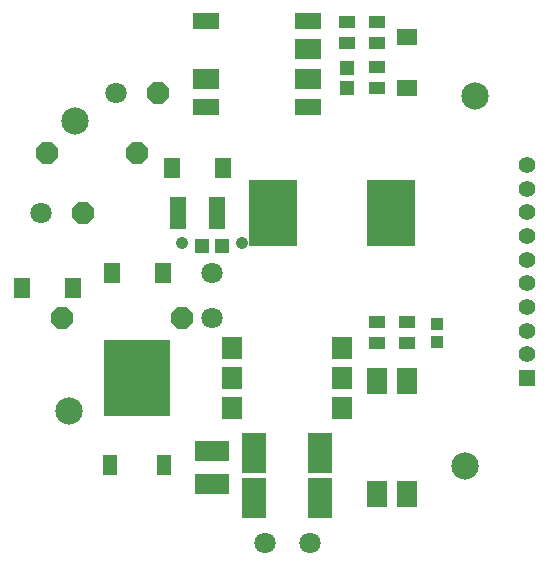
<source format=gts>
G75*
G70*
%OFA0B0*%
%FSLAX24Y24*%
%IPPOS*%
%LPD*%
%AMOC8*
5,1,8,0,0,1.08239X$1,22.5*
%
%ADD10R,0.0513X0.0474*%
%ADD11OC8,0.0710*%
%ADD12C,0.0710*%
%ADD13R,0.0580X0.0659*%
%ADD14OC8,0.0740*%
%ADD15R,0.0880X0.0540*%
%ADD16R,0.0880X0.0680*%
%ADD17R,0.0474X0.0513*%
%ADD18R,0.0552X0.0395*%
%ADD19R,0.0659X0.0580*%
%ADD20R,0.0552X0.1064*%
%ADD21R,0.0789X0.1340*%
%ADD22R,0.0678X0.0781*%
%ADD23R,0.0395X0.0395*%
%ADD24R,0.0710X0.0867*%
%ADD25R,0.1143X0.0710*%
%ADD26R,0.1596X0.2245*%
%ADD27R,0.0552X0.0552*%
%ADD28C,0.0552*%
%ADD29R,0.2206X0.2521*%
%ADD30R,0.0474X0.0710*%
%ADD31C,0.0420*%
%ADD32C,0.0907*%
D10*
X006815Y010550D03*
X007485Y010550D03*
D11*
X002850Y011650D03*
X005350Y015650D03*
D12*
X003950Y015650D03*
X001450Y011650D03*
X007150Y009650D03*
X007150Y008150D03*
X008900Y000650D03*
X010400Y000650D03*
D13*
X002496Y009150D03*
X003804Y009650D03*
X005496Y009650D03*
X005804Y013150D03*
X007496Y013150D03*
X000804Y009150D03*
D14*
X002150Y008150D03*
X006150Y008150D03*
X004650Y013650D03*
X001650Y013650D03*
D15*
X006950Y015182D03*
X006950Y018042D03*
X010350Y018042D03*
X010350Y015182D03*
D16*
X010350Y016110D03*
X010350Y017120D03*
X006950Y016110D03*
D17*
X011650Y015815D03*
X011650Y016485D03*
D18*
X011650Y017296D03*
X011650Y018004D03*
X012650Y018004D03*
X012650Y017296D03*
X012650Y016504D03*
X012650Y015796D03*
X012650Y008004D03*
X012650Y007296D03*
X013650Y007296D03*
X013650Y008004D03*
D19*
X013650Y015804D03*
X013650Y017496D03*
D20*
X007300Y011650D03*
X006000Y011650D03*
D21*
X008548Y003650D03*
X008548Y002150D03*
X010752Y002150D03*
X010752Y003650D03*
D22*
X011479Y005150D03*
X011479Y006150D03*
X011479Y007150D03*
X007821Y007150D03*
X007821Y006150D03*
X007821Y005150D03*
D23*
X014650Y007355D03*
X014650Y007945D03*
D24*
X013650Y006028D03*
X012650Y006028D03*
X012650Y002272D03*
X013650Y002272D03*
D25*
X007150Y002599D03*
X007150Y003701D03*
D26*
X009191Y011650D03*
X013109Y011650D03*
D27*
X017650Y006150D03*
D28*
X017650Y006937D03*
X017650Y007725D03*
X017650Y008512D03*
X017650Y009300D03*
X017650Y010087D03*
X017650Y010874D03*
X017650Y011662D03*
X017650Y012449D03*
X017650Y013237D03*
D29*
X004650Y006134D03*
D30*
X003752Y003260D03*
X005548Y003260D03*
D31*
X006150Y010650D03*
X008150Y010650D03*
D32*
X002588Y014713D03*
X002363Y005050D03*
X015563Y003225D03*
X015900Y015550D03*
M02*

</source>
